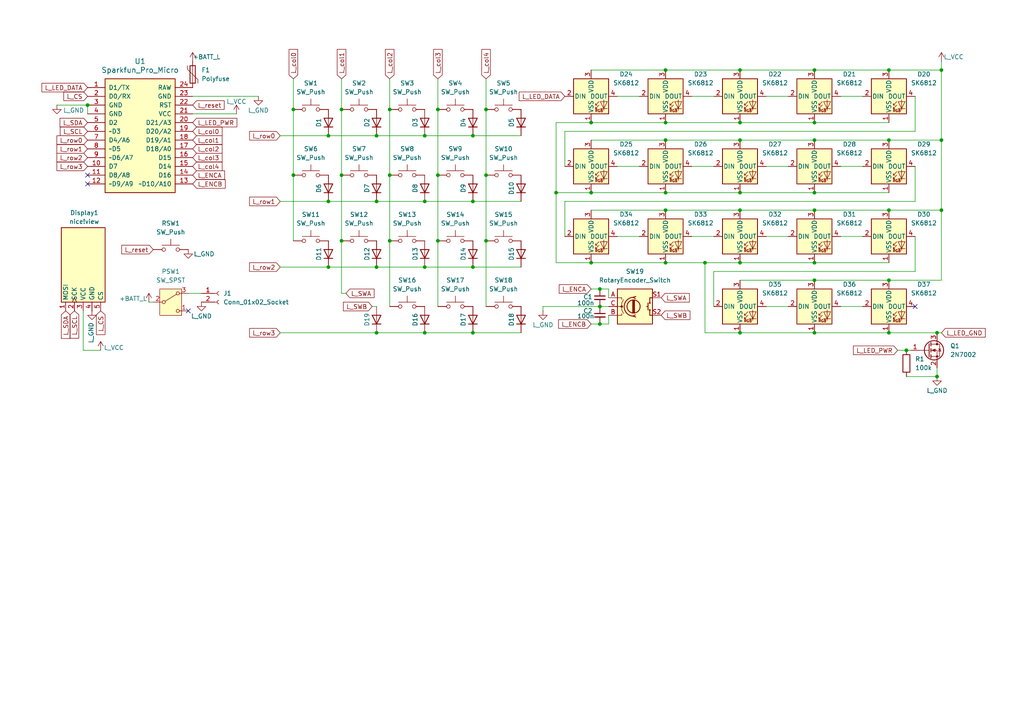
<source format=kicad_sch>
(kicad_sch (version 20250114) (generator "eeschema") (generator_version "9.0")
  (paper "A4")
  (lib_symbols
    (symbol "Arduino:Sparkfun_Pro_Micro" (pin_names (offset 1.016))
      (property "Reference" "U" (at -8.89 21.59 0))
      (property "Value" "Sparkfun_Pro_Micro" (at 0 19.05 0))
      (symbol "Sparkfun_Pro_Micro_1_1"
        (pin bidirectional line (at -15.24 15.24 0) (length 5.08) (name "D1/TX") (number "1"))
        (pin bidirectional line (at -15.24 12.7 0) (length 5.08) (name "D0/RX") (number "2"))
        (pin power_in line (at -15.24 10.16 0) (length 5.08) (name "GND") (number "3"))
        (pin power_in line (at -15.24 7.62 0) (length 5.08) (name "GND") (number "4"))
        (pin bidirectional line (at -15.24 5.08 0) (length 5.08) (name "D2") (number "5"))
        (pin bidirectional line (at -15.24 2.54 0) (length 5.08) (name "~D3") (number "6"))
        (pin bidirectional line (at -15.24 0 0) (length 5.08) (name "D4/A6") (number "7"))
        (pin bidirectional line (at -15.24 -2.54 0) (length 5.08) (name "~D5") (number "8"))
        (pin bidirectional line (at -15.24 -5.08 0) (length 5.08) (name "~D6/A7") (number "9"))
        (pin bidirectional line (at -15.24 -7.62 0) (length 5.08) (name "D7") (number "10"))
        (pin bidirectional line (at -15.24 -10.16 0) (length 5.08) (name "D8/A8") (number "11"))
        (pin bidirectional line (at -15.24 -12.7 0) (length 5.08) (name "~D9/A9") (number "12"))
        (pin power_in line (at 15.24 15.24 180) (length 5.08) (name "RAW") (number "24"))
        (pin power_in line (at 15.24 12.7 180) (length 5.08) (name "GND") (number "23"))
        (pin input line (at 15.24 10.16 180) (length 5.08) (name "RST") (number "22"))
        (pin power_in line (at 15.24 7.62 180) (length 5.08) (name "VCC") (number "21"))
        (pin bidirectional line (at 15.24 5.08 180) (length 5.08) (name "D21/A3") (number "20"))
        (pin bidirectional line (at 15.24 2.54 180) (length 5.08) (name "D20/A2") (number "19"))
        (pin bidirectional line (at 15.24 0 180) (length 5.08) (name "D19/A1") (number "18"))
        (pin bidirectional line (at 15.24 -2.54 180) (length 5.08) (name "D18/A0") (number "17"))
        (pin bidirectional line (at 15.24 -5.08 180) (length 5.08) (name "D15") (number "16"))
        (pin bidirectional line (at 15.24 -7.62 180) (length 5.08) (name "D14") (number "15"))
        (pin bidirectional line (at 15.24 -10.16 180) (length 5.08) (name "D16") (number "14"))
        (pin bidirectional line (at 15.24 -12.7 180) (length 5.08) (name "~D10/A10") (number "13"))
      )
    )
    (symbol "Connector:Conn_01x02_Socket" (pin_names (offset 1.016) (hide yes))
      (property "Reference" "J" (at 0 2.54 0))
      (property "Value" "Conn_01x02_Socket" (at 0 -5.08 0))
      (symbol "Conn_01x02_Socket_1_1"
        (pin passive line (at -5.08 0 0) (length 3.81) (name "Pin_1") (number "1"))
        (pin passive line (at -5.08 -2.54 0) (length 3.81) (name "Pin_2") (number "2"))
      )
    )
    (symbol "Device:C_Small" (pin_numbers (hide yes)) (pin_names (offset 0.254) (hide yes))
      (property "Reference" "C" (at 0.254 1.778 0))
      (property "Value" "C_Small" (at 0.254 -2.032 0))
      (symbol "C_Small_1_1"
        (pin passive line (at 0 2.54 270) (length 2.032) (name "~") (number "1"))
        (pin passive line (at 0 -2.54 90) (length 2.032) (name "~") (number "2"))
      )
    )
    (symbol "Device:Polyfuse" (pin_numbers (hide yes)) (pin_names (offset 0))
      (property "Reference" "F" (at -2.54 0 90))
      (property "Value" "Polyfuse" (at 2.54 0 90))
      (symbol "Polyfuse_1_1"
        (pin passive line (at 0 3.81 270) (length 1.27) (name "~") (number "1"))
        (pin passive line (at 0 -3.81 90) (length 1.27) (name "~") (number "2"))
      )
    )
    (symbol "Device:R" (pin_numbers (hide yes)) (pin_names (offset 0))
      (property "Reference" "R" (at 2.032 0 90))
      (property "Value" "R" (at 0 0 90))
      (symbol "R_1_1"
        (pin passive line (at 0 3.81 270) (length 1.27) (name "~") (number "1"))
        (pin passive line (at 0 -3.81 90) (length 1.27) (name "~") (number "2"))
      )
    )
    (symbol "Device:RotaryEncoder_Switch" (pin_names (offset 0.254) (hide yes))
      (property "Reference" "SW" (at 0 6.604 0))
      (property "Value" "RotaryEncoder_Switch" (at 0 -6.604 0))
      (symbol "RotaryEncoder_Switch_1_1"
        (pin passive line (at -7.62 2.54 0) (length 2.54) (name "A") (number "A"))
        (pin passive line (at -7.62 0 0) (length 2.54) (name "C") (number "C"))
        (pin passive line (at -7.62 -2.54 0) (length 2.54) (name "B") (number "B"))
        (pin passive line (at 7.62 2.54 180) (length 2.54) (name "S1") (number "S1"))
        (pin passive line (at 7.62 -2.54 180) (length 2.54) (name "S2") (number "S2"))
      )
    )
    (symbol "Diode:1N4148WT" (pin_numbers (hide yes)) (pin_names (hide yes))
      (property "Reference" "D" (at 0 2.54 0))
      (property "Value" "1N4148WT" (at 0 -2.54 0))
      (symbol "1N4148WT_1_1"
        (pin passive line (at -3.81 0 0) (length 2.54) (name "K") (number "1"))
        (pin passive line (at 3.81 0 180) (length 2.54) (name "A") (number "2"))
      )
    )
    (symbol "LED:SK6812" (pin_names (offset 0.254))
      (property "Reference" "D" (at 5.08 5.715 0))
      (property "Value" "SK6812" (at 1.27 -5.715 0))
      (symbol "SK6812_0_0"
        (text "RGB" (at 2.286 -4.191 0) (effects (font (size 0.762 0.762))))
      )
      (symbol "SK6812_1_1"
        (pin input line (at -7.62 0 0) (length 2.54) (name "DIN") (number "2"))
        (pin power_in line (at 0 7.62 270) (length 2.54) (name "VDD") (number "3"))
        (pin power_in line (at 0 -7.62 90) (length 2.54) (name "VSS") (number "1"))
        (pin output line (at 7.62 0 180) (length 2.54) (name "DOUT") (number "4"))
      )
    )
    (symbol "Switch:SW_Nidec_CAS-120A1" (pin_names (offset 1) (hide yes))
      (property "Reference" "SW" (at 0 4.318 0))
      (property "Value" "SW_Nidec_CAS-120A1" (at 0 -5.08 0))
      (symbol "SW_Nidec_CAS-120A1_1_1"
        (pin passive line (at -5.08 0 0) (length 2.54) (name "B") (number "2"))
        (pin passive line (at 5.08 2.54 180) (length 2.54) (name "A") (number "3"))
        (pin passive line (at 5.08 -2.54 180) (length 2.54) (name "C") (number "1"))
      )
    )
    (symbol "Switch:SW_Push" (pin_numbers (hide yes)) (pin_names (offset 1.016) (hide yes))
      (property "Reference" "SW" (at 1.27 2.54 0))
      (property "Value" "SW_Push" (at 0 -1.524 0))
      (symbol "SW_Push_0_1"
        (pin passive line (at -5.08 0 0) (length 2.54) (name "1") (number "1"))
        (pin passive line (at 5.08 0 180) (length 2.54) (name "2") (number "2"))
      )
    )
    (symbol "Transistor_FET:2N7002" (pin_names (offset 0) (hide yes))
      (property "Reference" "Q" (at 5.08 1.905 0))
      (property "Value" "2N7002" (at 5.08 0 0))
      (symbol "2N7002_1_1"
        (pin input line (at -5.08 0 0) (length 2.54) (name "G") (number "1"))
        (pin passive line (at 2.54 5.08 270) (length 2.54) (name "D") (number "3"))
        (pin passive line (at 2.54 -5.08 90) (length 2.54) (name "S") (number "2"))
      )
    )
    (symbol "nice_view:nice!view"
      (property "Reference" "Display" (at 0 12.7 0))
      (property "Value" "nice!view" (at 0 0 0))
      (symbol "nice!view_1_1"
        (pin input line (at -5.08 -12.7 90) (length 2.54) (name "MOSI") (number "1"))
        (pin input clock (at -2.54 -12.7 90) (length 2.54) (name "SCK") (number "2"))
        (pin power_in line (at 0 -12.7 90) (length 2.54) (name "VCC") (number "3"))
        (pin power_out line (at 2.54 -12.7 90) (length 2.54) (name "GND") (number "4"))
        (pin passive line (at 5.08 -12.7 90) (length 2.54) (name "CS") (number "5"))
      )
    )
    (symbol "power:GND" (power) (pin_numbers (hide yes)) (pin_names (offset 0) (hide yes))
      (property "Value" "GND" (at 0 -3.81 0))
      (symbol "GND_1_1"
        (pin power_in line (at 0 0 270) (length 0) (name "~") (number "1"))
      )
    )
    (symbol "power:VCC" (power) (pin_numbers (hide yes)) (pin_names (offset 0) (hide yes))
      (property "Value" "VCC" (at 0 3.556 0))
      (symbol "VCC_1_1"
        (pin power_in line (at 0 0 90) (length 0) (name "~") (number "1"))
      )
    )
  )
  (junction (at 113.03 69.85))
  (junction (at 214.63 35.56))
  (junction (at 236.22 40.64))
  (junction (at 214.63 96.52))
  (junction (at 95.25 77.47))
  (junction (at 123.19 39.37))
  (junction (at 127 31.75))
  (junction (at 127 50.8))
  (junction (at 193.04 60.96))
  (junction (at 171.45 35.56))
  (junction (at 25.4 30.48))
  (junction (at 262.89 101.6))
  (junction (at 193.04 40.64))
  (junction (at 271.78 96.52))
  (junction (at 214.63 76.2))
  (junction (at 109.22 96.52))
  (junction (at 140.97 31.75))
  (junction (at 99.06 50.8))
  (junction (at 193.04 76.2))
  (junction (at 99.06 69.85))
  (junction (at 95.25 39.37))
  (junction (at 236.22 20.32))
  (junction (at 257.81 20.32))
  (junction (at 109.22 77.47))
  (junction (at 123.19 77.47))
  (junction (at 273.05 60.96))
  (junction (at 140.97 50.8))
  (junction (at 137.16 39.37))
  (junction (at 173.99 88.9))
  (junction (at 123.19 96.52))
  (junction (at 236.22 76.2))
  (junction (at 271.78 109.22))
  (junction (at 109.22 58.42))
  (junction (at 137.16 58.42))
  (junction (at 123.19 58.42))
  (junction (at 214.63 40.64))
  (junction (at 214.63 55.88))
  (junction (at 236.22 81.28))
  (junction (at 236.22 35.56))
  (junction (at 137.16 96.52))
  (junction (at 273.05 40.64))
  (junction (at 173.99 93.98))
  (junction (at 257.81 40.64))
  (junction (at 257.81 81.28))
  (junction (at 85.09 31.75))
  (junction (at 137.16 77.47))
  (junction (at 173.99 83.82))
  (junction (at 214.63 60.96))
  (junction (at 193.04 55.88))
  (junction (at 95.25 58.42))
  (junction (at 257.81 60.96))
  (junction (at 85.09 50.8))
  (junction (at 171.45 55.88))
  (junction (at 204.47 76.2))
  (junction (at 161.29 55.88))
  (junction (at 273.05 20.32))
  (junction (at 127 69.85))
  (junction (at 214.63 20.32))
  (junction (at 140.97 69.85))
  (junction (at 236.22 96.52))
  (junction (at 109.22 39.37))
  (junction (at 99.06 31.75))
  (junction (at 193.04 35.56))
  (junction (at 236.22 55.88))
  (junction (at 257.81 96.52))
  (junction (at 113.03 31.75))
  (junction (at 171.45 76.2))
  (junction (at 236.22 60.96))
  (junction (at 193.04 20.32))
  (junction (at 113.03 50.8))
  (no_connect (at 25.4 50.8))
  (no_connect (at 25.4 53.34))
  (no_connect (at 54.61 90.17))
  (no_connect (at 265.43 88.9))
  (wire (pts (xy 123.19 77.47) (xy 137.16 77.47)))
  (wire (pts (xy 273.05 96.52) (xy 271.78 96.52)))
  (wire (pts (xy 265.43 48.26) (xy 265.43 58.42)))
  (wire (pts (xy 55.88 27.94) (xy 74.93 27.94)))
  (wire (pts (xy 193.04 40.64) (xy 214.63 40.64)))
  (wire (pts (xy 171.45 83.82) (xy 173.99 83.82)))
  (wire (pts (xy 204.47 76.2) (xy 214.63 76.2)))
  (wire (pts (xy 193.04 76.2) (xy 204.47 76.2)))
  (wire (pts (xy 140.97 22.86) (xy 140.97 31.75)))
  (wire (pts (xy 137.16 96.52) (xy 151.13 96.52)))
  (wire (pts (xy 200.66 68.58) (xy 207.01 68.58)))
  (wire (pts (xy 204.47 96.52) (xy 214.63 96.52)))
  (wire (pts (xy 214.63 96.52) (xy 236.22 96.52)))
  (wire (pts (xy 236.22 60.96) (xy 257.81 60.96)))
  (wire (pts (xy 193.04 55.88) (xy 214.63 55.88)))
  (wire (pts (xy 157.48 88.9) (xy 157.48 90.17)))
  (wire (pts (xy 204.47 76.2) (xy 204.47 96.52)))
  (wire (pts (xy 55.88 33.02) (xy 68.58 33.02)))
  (wire (pts (xy 273.05 20.32) (xy 257.81 20.32)))
  (wire (pts (xy 243.84 48.26) (xy 250.19 48.26)))
  (wire (pts (xy 236.22 40.64) (xy 257.81 40.64)))
  (wire (pts (xy 214.63 55.88) (xy 236.22 55.88)))
  (wire (pts (xy 95.25 39.37) (xy 109.22 39.37)))
  (wire (pts (xy 262.89 109.22) (xy 271.78 109.22)))
  (wire (pts (xy 109.22 96.52) (xy 123.19 96.52)))
  (wire (pts (xy 265.43 58.42) (xy 163.83 58.42)))
  (wire (pts (xy 260.35 101.6) (xy 262.89 101.6)))
  (wire (pts (xy 236.22 20.32) (xy 257.81 20.32)))
  (wire (pts (xy 273.05 17.78) (xy 273.05 20.32)))
  (wire (pts (xy 99.06 85.09) (xy 100.33 85.09)))
  (wire (pts (xy 265.43 78.74) (xy 265.43 68.58)))
  (wire (pts (xy 214.63 81.28) (xy 236.22 81.28)))
  (wire (pts (xy 85.09 31.75) (xy 85.09 50.8)))
  (wire (pts (xy 127 69.85) (xy 127 88.9)))
  (wire (pts (xy 99.06 22.86) (xy 99.06 31.75)))
  (wire (pts (xy 99.06 50.8) (xy 99.06 69.85)))
  (wire (pts (xy 214.63 40.64) (xy 236.22 40.64)))
  (wire (pts (xy 273.05 40.64) (xy 273.05 60.96)))
  (wire (pts (xy 140.97 69.85) (xy 140.97 88.9)))
  (wire (pts (xy 173.99 88.9) (xy 176.53 88.9)))
  (wire (pts (xy 173.99 83.82) (xy 176.53 83.82)))
  (wire (pts (xy 176.53 83.82) (xy 176.53 86.36)))
  (wire (pts (xy 161.29 55.88) (xy 171.45 55.88)))
  (wire (pts (xy 140.97 31.75) (xy 140.97 50.8)))
  (wire (pts (xy 265.43 38.1) (xy 265.43 27.94)))
  (wire (pts (xy 161.29 35.56) (xy 171.45 35.56)))
  (wire (pts (xy 99.06 69.85) (xy 99.06 85.09)))
  (wire (pts (xy 127 50.8) (xy 127 69.85)))
  (wire (pts (xy 140.97 50.8) (xy 140.97 69.85)))
  (wire (pts (xy 29.21 101.6) (xy 24.13 101.6)))
  (wire (pts (xy 113.03 50.8) (xy 113.03 69.85)))
  (wire (pts (xy 222.25 48.26) (xy 228.6 48.26)))
  (wire (pts (xy 25.4 30.48) (xy 25.4 33.02)))
  (wire (pts (xy 137.16 39.37) (xy 151.13 39.37)))
  (wire (pts (xy 81.28 58.42) (xy 95.25 58.42)))
  (wire (pts (xy 243.84 68.58) (xy 250.19 68.58)))
  (wire (pts (xy 214.63 76.2) (xy 236.22 76.2)))
  (wire (pts (xy 273.05 40.64) (xy 257.81 40.64)))
  (wire (pts (xy 113.03 22.86) (xy 113.03 31.75)))
  (wire (pts (xy 273.05 81.28) (xy 257.81 81.28)))
  (wire (pts (xy 193.04 60.96) (xy 214.63 60.96)))
  (wire (pts (xy 236.22 81.28) (xy 257.81 81.28)))
  (wire (pts (xy 24.13 101.6) (xy 24.13 90.17)))
  (wire (pts (xy 243.84 27.94) (xy 250.19 27.94)))
  (wire (pts (xy 161.29 55.88) (xy 161.29 35.56)))
  (wire (pts (xy 200.66 27.94) (xy 207.01 27.94)))
  (wire (pts (xy 113.03 69.85) (xy 113.03 88.9)))
  (wire (pts (xy 273.05 20.32) (xy 273.05 40.64)))
  (wire (pts (xy 193.04 35.56) (xy 214.63 35.56)))
  (wire (pts (xy 107.95 88.9) (xy 109.22 88.9)))
  (wire (pts (xy 171.45 35.56) (xy 193.04 35.56)))
  (wire (pts (xy 137.16 77.47) (xy 151.13 77.47)))
  (wire (pts (xy 109.22 39.37) (xy 123.19 39.37)))
  (wire (pts (xy 171.45 93.98) (xy 173.99 93.98)))
  (wire (pts (xy 95.25 58.42) (xy 109.22 58.42)))
  (wire (pts (xy 123.19 39.37) (xy 137.16 39.37)))
  (wire (pts (xy 173.99 93.98) (xy 176.53 93.98)))
  (wire (pts (xy 176.53 93.98) (xy 176.53 91.44)))
  (wire (pts (xy 123.19 58.42) (xy 137.16 58.42)))
  (wire (pts (xy 171.45 76.2) (xy 193.04 76.2)))
  (wire (pts (xy 236.22 55.88) (xy 257.81 55.88)))
  (wire (pts (xy 16.51 30.48) (xy 25.4 30.48)))
  (wire (pts (xy 137.16 58.42) (xy 151.13 58.42)))
  (wire (pts (xy 161.29 76.2) (xy 161.29 55.88)))
  (wire (pts (xy 127 31.75) (xy 127 50.8)))
  (wire (pts (xy 273.05 60.96) (xy 273.05 81.28)))
  (wire (pts (xy 54.61 85.09) (xy 58.42 85.09)))
  (wire (pts (xy 171.45 55.88) (xy 193.04 55.88)))
  (wire (pts (xy 171.45 20.32) (xy 193.04 20.32)))
  (wire (pts (xy 99.06 31.75) (xy 99.06 50.8)))
  (wire (pts (xy 157.48 88.9) (xy 173.99 88.9)))
  (wire (pts (xy 95.25 77.47) (xy 109.22 77.47)))
  (wire (pts (xy 179.07 27.94) (xy 185.42 27.94)))
  (wire (pts (xy 257.81 96.52) (xy 271.78 96.52)))
  (wire (pts (xy 214.63 20.32) (xy 236.22 20.32)))
  (wire (pts (xy 81.28 39.37) (xy 95.25 39.37)))
  (wire (pts (xy 214.63 35.56) (xy 236.22 35.56)))
  (wire (pts (xy 109.22 77.47) (xy 123.19 77.47)))
  (wire (pts (xy 171.45 76.2) (xy 161.29 76.2)))
  (wire (pts (xy 171.45 40.64) (xy 193.04 40.64)))
  (wire (pts (xy 109.22 58.42) (xy 123.19 58.42)))
  (wire (pts (xy 163.83 48.26) (xy 163.83 38.1)))
  (wire (pts (xy 214.63 60.96) (xy 236.22 60.96)))
  (wire (pts (xy 123.19 96.52) (xy 137.16 96.52)))
  (wire (pts (xy 81.28 77.47) (xy 95.25 77.47)))
  (wire (pts (xy 236.22 76.2) (xy 257.81 76.2)))
  (wire (pts (xy 85.09 50.8) (xy 85.09 69.85)))
  (wire (pts (xy 236.22 96.52) (xy 257.81 96.52)))
  (wire (pts (xy 273.05 60.96) (xy 257.81 60.96)))
  (wire (pts (xy 163.83 38.1) (xy 265.43 38.1)))
  (wire (pts (xy 207.01 88.9) (xy 207.01 78.74)))
  (wire (pts (xy 271.78 109.22) (xy 271.78 106.68)))
  (wire (pts (xy 81.28 96.52) (xy 109.22 96.52)))
  (wire (pts (xy 222.25 68.58) (xy 228.6 68.58)))
  (wire (pts (xy 85.09 22.86) (xy 85.09 31.75)))
  (wire (pts (xy 222.25 88.9) (xy 228.6 88.9)))
  (wire (pts (xy 163.83 58.42) (xy 163.83 68.58)))
  (wire (pts (xy 179.07 48.26) (xy 185.42 48.26)))
  (wire (pts (xy 171.45 60.96) (xy 193.04 60.96)))
  (wire (pts (xy 193.04 20.32) (xy 214.63 20.32)))
  (wire (pts (xy 127 22.86) (xy 127 31.75)))
  (wire (pts (xy 207.01 78.74) (xy 265.43 78.74)))
  (wire (pts (xy 262.89 101.6) (xy 264.16 101.6)))
  (wire (pts (xy 43.18 87.63) (xy 44.45 87.63)))
  (wire (pts (xy 179.07 68.58) (xy 185.42 68.58)))
  (wire (pts (xy 243.84 88.9) (xy 250.19 88.9)))
  (wire (pts (xy 200.66 48.26) (xy 207.01 48.26)))
  (wire (pts (xy 113.03 31.75) (xy 113.03 50.8)))
  (wire (pts (xy 222.25 27.94) (xy 228.6 27.94)))
  (wire (pts (xy 236.22 35.56) (xy 257.81 35.56)))
  (global_label "L_col1" (shape input) (at 99.06 22.86 90) (property "Intersheetrefs" "${INTERSHEET_REFS}" (effects (hide yes))))
  (global_label "L_LED_DATA" (shape input) (at 25.4 25.4 180) (property "Intersheetrefs" "${INTERSHEET_REFS}" (effects (hide yes))))
  (global_label "L_SWA" (shape input) (at 100.33 85.09 0) (property "Intersheetrefs" "${INTERSHEET_REFS}" (effects (hide yes))))
  (global_label "L_col2" (shape input) (at 55.88 43.18 0) (property "Intersheetrefs" "${INTERSHEET_REFS}" (effects (hide yes))))
  (global_label "L_LED_PWR" (shape input) (at 260.35 101.6 180) (property "Intersheetrefs" "${INTERSHEET_REFS}" (effects (hide yes))))
  (global_label "L_row2" (shape input) (at 81.28 77.47 180) (property "Intersheetrefs" "${INTERSHEET_REFS}" (effects (hide yes))))
  (global_label "L_row3" (shape input) (at 81.28 96.52 180) (property "Intersheetrefs" "${INTERSHEET_REFS}" (effects (hide yes))))
  (global_label "L_ENCB" (shape input) (at 171.45 93.98 180) (property "Intersheetrefs" "${INTERSHEET_REFS}" (effects (hide yes))))
  (global_label "L_col3" (shape input) (at 55.88 45.72 0) (property "Intersheetrefs" "${INTERSHEET_REFS}" (effects (hide yes))))
  (global_label "L_SCL" (shape input) (at 21.59 90.17 270) (property "Intersheetrefs" "${INTERSHEET_REFS}" (effects (hide yes))))
  (global_label "L_col2" (shape input) (at 113.03 22.86 90) (property "Intersheetrefs" "${INTERSHEET_REFS}" (effects (hide yes))))
  (global_label "L_SDA" (shape input) (at 19.05 90.17 270) (property "Intersheetrefs" "${INTERSHEET_REFS}" (effects (hide yes))))
  (global_label "L_SWA" (shape input) (at 191.77 86.36 0) (property "Intersheetrefs" "${INTERSHEET_REFS}" (effects (hide yes))))
  (global_label "L_SDA" (shape input) (at 25.4 35.56 180) (property "Intersheetrefs" "${INTERSHEET_REFS}" (effects (hide yes))))
  (global_label "L_row1" (shape input) (at 25.4 43.18 180) (property "Intersheetrefs" "${INTERSHEET_REFS}" (effects (hide yes))))
  (global_label "L_SWB" (shape input) (at 191.77 91.44 0) (property "Intersheetrefs" "${INTERSHEET_REFS}" (effects (hide yes))))
  (global_label "L_CS" (shape input) (at 25.4 27.94 180) (property "Intersheetrefs" "${INTERSHEET_REFS}" (effects (hide yes))))
  (global_label "L_col0" (shape input) (at 55.88 38.1 0) (property "Intersheetrefs" "${INTERSHEET_REFS}" (effects (hide yes))))
  (global_label "L_reset" (shape input) (at 44.45 72.39 180) (property "Intersheetrefs" "${INTERSHEET_REFS}" (effects (hide yes))))
  (global_label "L_LED_PWR" (shape input) (at 55.88 35.56 0) (property "Intersheetrefs" "${INTERSHEET_REFS}" (effects (hide yes))))
  (global_label "L_col3" (shape input) (at 127 22.86 90) (property "Intersheetrefs" "${INTERSHEET_REFS}" (effects (hide yes))))
  (global_label "L_SCL" (shape input) (at 25.4 38.1 180) (property "Intersheetrefs" "${INTERSHEET_REFS}" (effects (hide yes))))
  (global_label "L_CS" (shape input) (at 29.21 90.17 270) (property "Intersheetrefs" "${INTERSHEET_REFS}" (effects (hide yes))))
  (global_label "L_SWB" (shape input) (at 107.95 88.9 180) (property "Intersheetrefs" "${INTERSHEET_REFS}" (effects (hide yes))))
  (global_label "L_reset" (shape input) (at 55.88 30.48 0) (property "Intersheetrefs" "${INTERSHEET_REFS}" (effects (hide yes))))
  (global_label "L_col4" (shape input) (at 140.97 22.86 90) (property "Intersheetrefs" "${INTERSHEET_REFS}" (effects (hide yes))))
  (global_label "L_col4" (shape input) (at 55.88 48.26 0) (property "Intersheetrefs" "${INTERSHEET_REFS}" (effects (hide yes))))
  (global_label "L_LED_DATA" (shape input) (at 163.83 27.94 180) (property "Intersheetrefs" "${INTERSHEET_REFS}" (effects (hide yes))))
  (global_label "L_row0" (shape input) (at 25.4 40.64 180) (property "Intersheetrefs" "${INTERSHEET_REFS}" (effects (hide yes))))
  (global_label "L_ENCB" (shape input) (at 55.88 53.34 0) (property "Intersheetrefs" "${INTERSHEET_REFS}" (effects (hide yes))))
  (global_label "L_row0" (shape input) (at 81.28 39.37 180) (property "Intersheetrefs" "${INTERSHEET_REFS}" (effects (hide yes))))
  (global_label "L_ENCA" (shape input) (at 55.88 50.8 0) (property "Intersheetrefs" "${INTERSHEET_REFS}" (effects (hide yes))))
  (global_label "L_col1" (shape input) (at 55.88 40.64 0) (property "Intersheetrefs" "${INTERSHEET_REFS}" (effects (hide yes))))
  (global_label "L_LED_GND" (shape input) (at 273.05 96.52 0) (property "Intersheetrefs" "${INTERSHEET_REFS}" (effects (hide yes))))
  (global_label "L_row2" (shape input) (at 25.4 45.72 180) (property "Intersheetrefs" "${INTERSHEET_REFS}" (effects (hide yes))))
  (global_label "L_row1" (shape input) (at 81.28 58.42 180) (property "Intersheetrefs" "${INTERSHEET_REFS}" (effects (hide yes))))
  (global_label "L_row3" (shape input) (at 25.4 48.26 180) (property "Intersheetrefs" "${INTERSHEET_REFS}" (effects (hide yes))))
  (global_label "L_col0" (shape input) (at 85.09 22.86 90) (property "Intersheetrefs" "${INTERSHEET_REFS}" (effects (hide yes))))
  (global_label "L_ENCA" (shape input) (at 171.45 83.82 180) (property "Intersheetrefs" "${INTERSHEET_REFS}" (effects (hide yes))))
  (symbol (lib_id "Switch:SW_Push") (at 132.08 50.8 0) (unit 1)
    (property "Reference" "SW9" (at 132.08 43.18 0))
    (property "Value" "SW_Push" (at 132.08 45.72 0))
    (property "Footprint" "Custom Footprints:gateron-ks27-hotswap-reversible" (effects (hide yes)))
    (property "Description" "Push button switch, generic, two pins" (effects (hide yes)))
  )
  (symbol (lib_id "LED:SK6812") (at 236.22 88.9 0) (unit 1)
    (property "Reference" "D36" (at 246.38 82.4798 0))
    (property "Value" "SK6812" (at 246.38 85.0198 0))
    (property "Footprint" "Custom Footprints:SK6812_4020_SIDE_rev2" (effects (hide yes)))
    (property "Datasheet" "https://cdn-shop.adafruit.com/product-files/1138/SK6812+LED+datasheet+.pdf" (effects (hide yes)))
    (property "Description" "RGB LED with integrated controller" (effects (hide yes)))
  )
  (symbol (lib_id "LED:SK6812") (at 214.63 27.94 0) (unit 1)
    (property "Reference" "D22" (at 224.79 21.5198 0))
    (property "Value" "SK6812" (at 224.79 24.0598 0))
    (property "Footprint" "Custom Footprints:SK6812_4020_SIDE_rev2" (effects (hide yes)))
    (property "Datasheet" "https://cdn-shop.adafruit.com/product-files/1138/SK6812+LED+datasheet+.pdf" (effects (hide yes)))
    (property "Description" "RGB LED with integrated controller" (effects (hide yes)))
  )
  (symbol (lib_id "Diode:1N4148WT") (at 95.25 35.56 90) (unit 1)
    (property "Reference" "D1" (at 92.456 35.56 0))
    (property "Value" "1N4148WT" (effects (hide yes)))
    (property "Footprint" "Custom Footprints:D_SOD-523" (effects (hide yes)))
    (property "Datasheet" "https://www.diodes.com/assets/Datasheets/ds30396.pdf" (effects (hide yes)))
    (property "Description" "75V 0.15A Fast switching Diode, SOD-523" (effects (hide yes)))
    (property "Sim.Device" "D" (effects (hide yes)))
    (property "Sim.Pins" "1=K 2=A" (effects (hide yes)))
  )
  (symbol (lib_id "LED:SK6812") (at 257.81 48.26 0) (unit 1)
    (property "Reference" "D29" (at 267.97 41.8398 0))
    (property "Value" "SK6812" (at 267.97 44.3798 0))
    (property "Footprint" "Custom Footprints:SK6812_4020_SIDE_rev2" (effects (hide yes)))
    (property "Datasheet" "https://cdn-shop.adafruit.com/product-files/1138/SK6812+LED+datasheet+.pdf" (effects (hide yes)))
    (property "Description" "RGB LED with integrated controller" (effects (hide yes)))
  )
  (symbol (lib_id "Switch:SW_Push") (at 118.11 50.8 0) (unit 1)
    (property "Reference" "SW8" (at 118.11 43.18 0))
    (property "Value" "SW_Push" (at 118.11 45.72 0))
    (property "Footprint" "Custom Footprints:gateron-ks27-hotswap-reversible" (effects (hide yes)))
    (property "Description" "Push button switch, generic, two pins" (effects (hide yes)))
  )
  (symbol (lib_id "power:GND") (at 58.42 87.63 0) (unit 1)
    (property "Reference" "#PWR08" (effects (hide yes)))
    (property "Value" "L_GND" (at 58.42 91.694 0))
    (property "Description" "Power symbol creates a global label with name \"GND\" , ground" (effects (hide yes)))
  )
  (symbol (lib_id "Switch:SW_Push") (at 104.14 69.85 0) (unit 1)
    (property "Reference" "SW12" (at 104.14 62.23 0))
    (property "Value" "SW_Push" (at 104.14 64.77 0))
    (property "Footprint" "Custom Footprints:gateron-ks27-hotswap-reversible" (effects (hide yes)))
    (property "Description" "Push button switch, generic, two pins" (effects (hide yes)))
  )
  (symbol (lib_id "Diode:1N4148WT") (at 123.19 73.66 90) (unit 1)
    (property "Reference" "D13" (at 120.396 73.66 0))
    (property "Value" "1N4148WT" (effects (hide yes)))
    (property "Footprint" "Custom Footprints:D_SOD-523" (effects (hide yes)))
    (property "Datasheet" "https://www.diodes.com/assets/Datasheets/ds30396.pdf" (effects (hide yes)))
    (property "Description" "75V 0.15A Fast switching Diode, SOD-523" (effects (hide yes)))
    (property "Sim.Device" "D" (effects (hide yes)))
    (property "Sim.Pins" "1=K 2=A" (effects (hide yes)))
  )
  (symbol (lib_id "Switch:SW_Push") (at 132.08 88.9 0) (unit 1)
    (property "Reference" "SW17" (at 132.08 81.28 0))
    (property "Value" "SW_Push" (at 132.08 83.82 0))
    (property "Footprint" "Custom Footprints:gateron-ks27-hotswap-reversible" (effects (hide yes)))
    (property "Description" "Push button switch, generic, two pins" (effects (hide yes)))
  )
  (symbol (lib_id "Switch:SW_Push") (at 146.05 88.9 0) (unit 1)
    (property "Reference" "SW18" (at 146.05 81.28 0))
    (property "Value" "SW_Push" (at 146.05 83.82 0))
    (property "Footprint" "Custom Footprints:gateron-ks27-hotswap-reversible" (effects (hide yes)))
    (property "Description" "Push button switch, generic, two pins" (effects (hide yes)))
  )
  (symbol (lib_id "Diode:1N4148WT") (at 151.13 73.66 90) (unit 1)
    (property "Reference" "D15" (at 148.336 73.66 0))
    (property "Value" "1N4148WT" (effects (hide yes)))
    (property "Footprint" "Custom Footprints:D_SOD-523" (effects (hide yes)))
    (property "Datasheet" "https://www.diodes.com/assets/Datasheets/ds30396.pdf" (effects (hide yes)))
    (property "Description" "75V 0.15A Fast switching Diode, SOD-523" (effects (hide yes)))
    (property "Sim.Device" "D" (effects (hide yes)))
    (property "Sim.Pins" "1=K 2=A" (effects (hide yes)))
  )
  (symbol (lib_id "Switch:SW_Push") (at 146.05 50.8 0) (unit 1)
    (property "Reference" "SW10" (at 146.05 43.18 0))
    (property "Value" "SW_Push" (at 146.05 45.72 0))
    (property "Footprint" "Custom Footprints:gateron-ks27-hotswap-reversible" (effects (hide yes)))
    (property "Description" "Push button switch, generic, two pins" (effects (hide yes)))
  )
  (symbol (lib_id "Diode:1N4148WT") (at 123.19 92.71 90) (unit 1)
    (property "Reference" "D16" (at 120.396 92.71 0))
    (property "Value" "1N4148WT" (effects (hide yes)))
    (property "Footprint" "Custom Footprints:D_SOD-523" (effects (hide yes)))
    (property "Datasheet" "https://www.diodes.com/assets/Datasheets/ds30396.pdf" (effects (hide yes)))
    (property "Description" "75V 0.15A Fast switching Diode, SOD-523" (effects (hide yes)))
    (property "Sim.Device" "D" (effects (hide yes)))
    (property "Sim.Pins" "1=K 2=A" (effects (hide yes)))
  )
  (symbol (lib_id "Diode:1N4148WT") (at 137.16 54.61 90) (unit 1)
    (property "Reference" "D9" (at 134.366 54.61 0))
    (property "Value" "1N4148WT" (effects (hide yes)))
    (property "Footprint" "Custom Footprints:D_SOD-523" (effects (hide yes)))
    (property "Datasheet" "https://www.diodes.com/assets/Datasheets/ds30396.pdf" (effects (hide yes)))
    (property "Description" "75V 0.15A Fast switching Diode, SOD-523" (effects (hide yes)))
    (property "Sim.Device" "D" (effects (hide yes)))
    (property "Sim.Pins" "1=K 2=A" (effects (hide yes)))
  )
  (symbol (lib_id "Device:Polyfuse") (at 55.88 21.59 0) (unit 1)
    (property "Reference" "F1" (at 58.42 20.3199 0) (effects (justify left)))
    (property "Value" "Polyfuse" (at 58.42 22.8599 0) (effects (justify left)))
    (property "Footprint" "Custom Footprints:0805_2012_nonpolarised" (effects (hide yes)))
    (property "Description" "Resettable fuse, polymeric positive temperature coefficient" (effects (hide yes)))
  )
  (symbol (lib_id "LED:SK6812") (at 193.04 27.94 0) (unit 1)
    (property "Reference" "D23" (at 203.2 21.5198 0))
    (property "Value" "SK6812" (at 203.2 24.0598 0))
    (property "Footprint" "Custom Footprints:SK6812_4020_SIDE_rev2" (effects (hide yes)))
    (property "Datasheet" "https://cdn-shop.adafruit.com/product-files/1138/SK6812+LED+datasheet+.pdf" (effects (hide yes)))
    (property "Description" "RGB LED with integrated controller" (effects (hide yes)))
  )
  (symbol (lib_id "Switch:SW_Push") (at 90.17 31.75 0) (unit 1)
    (property "Reference" "SW1" (at 90.17 24.13 0))
    (property "Value" "SW_Push" (at 90.17 26.67 0))
    (property "Footprint" "Custom Footprints:gateron-ks27-hotswap-reversible" (effects (hide yes)))
    (property "Description" "Push button switch, generic, two pins" (effects (hide yes)))
  )
  (symbol (lib_id "nice_view:nice!view") (at 24.13 77.47 0) (unit 1)
    (property "Reference" "Display1" (at 20.32 61.722 0) (effects (justify left)))
    (property "Value" "nice!view" (at 20.066 64.262 0) (effects (justify left)))
    (property "Footprint" "Custom_Footprints:nice_view" (effects (hide yes)))
    (property "Datasheet" "https://nicekeyboards.com/docs/nice-view/pinout-schematic" (effects (hide yes)))
    (property "Description" "Sharp LS011B7DH03 Memory in Pixel 160x68" (effects (hide yes)))
  )
  (symbol (lib_id "Switch:SW_Push") (at 132.08 69.85 0) (unit 1)
    (property "Reference" "SW14" (at 132.08 62.23 0))
    (property "Value" "SW_Push" (at 132.08 64.77 0))
    (property "Footprint" "Custom Footprints:gateron-ks27-hotswap-reversible" (effects (hide yes)))
    (property "Description" "Push button switch, generic, two pins" (effects (hide yes)))
  )
  (symbol (lib_id "Device:C_Small") (at 173.99 91.44 0) (unit 1)
    (property "Reference" "C2" (at 169.164 90.17 0) (effects (justify left)))
    (property "Value" "100n" (at 167.386 91.694 0) (effects (justify left)))
    (property "Footprint" "Custom Footprints:0805_2012_nonpolarised" (effects (hide yes)))
    (property "Description" "Unpolarized capacitor, small symbol" (effects (hide yes)))
  )
  (symbol (lib_id "Diode:1N4148WT") (at 151.13 54.61 90) (unit 1)
    (property "Reference" "D10" (at 148.336 54.61 0))
    (property "Value" "1N4148WT" (effects (hide yes)))
    (property "Footprint" "Custom Footprints:D_SOD-523" (effects (hide yes)))
    (property "Datasheet" "https://www.diodes.com/assets/Datasheets/ds30396.pdf" (effects (hide yes)))
    (property "Description" "75V 0.15A Fast switching Diode, SOD-523" (effects (hide yes)))
    (property "Sim.Device" "D" (effects (hide yes)))
    (property "Sim.Pins" "1=K 2=A" (effects (hide yes)))
  )
  (symbol (lib_id "Diode:1N4148WT") (at 109.22 92.71 90) (unit 1)
    (property "Reference" "D19" (at 106.426 92.71 0))
    (property "Value" "1N4148WT" (effects (hide yes)))
    (property "Footprint" "Custom Footprints:D_SOD-523" (effects (hide yes)))
    (property "Datasheet" "https://www.diodes.com/assets/Datasheets/ds30396.pdf" (effects (hide yes)))
    (property "Description" "75V 0.15A Fast switching Diode, SOD-523" (effects (hide yes)))
    (property "Sim.Device" "D" (effects (hide yes)))
    (property "Sim.Pins" "1=K 2=A" (effects (hide yes)))
  )
  (symbol (lib_id "LED:SK6812") (at 257.81 27.94 0) (unit 1)
    (property "Reference" "D20" (at 267.97 21.5198 0))
    (property "Value" "SK6812" (at 267.97 24.0598 0))
    (property "Footprint" "Custom Footprints:SK6812_4020_SIDE_rev2" (effects (hide yes)))
    (property "Datasheet" "https://cdn-shop.adafruit.com/product-files/1138/SK6812+LED+datasheet+.pdf" (effects (hide yes)))
    (property "Description" "RGB LED with integrated controller" (effects (hide yes)))
  )
  (symbol (lib_id "power:VCC") (at 43.18 87.63 0) (unit 1)
    (property "Reference" "#PWR07" (effects (hide yes)))
    (property "Value" "+BATT_L" (at 38.608 86.614 0))
    (property "Description" "Power symbol creates a global label with name \"VCC\"" (effects (hide yes)))
  )
  (symbol (lib_id "Device:RotaryEncoder_Switch") (at 184.15 88.9 0) (unit 1)
    (property "Reference" "SW19" (at 184.15 78.74 0))
    (property "Value" "RotaryEncoder_Switch" (at 184.15 81.28 0))
    (property "Footprint" "Custom Footprints:RotaryEncoder_Alps_EC11E-Switch_Vertical_H20mm" (effects (hide yes)))
    (property "Description" "Rotary encoder, dual channel, incremental quadrate outputs, with switch" (effects (hide yes)))
  )
  (symbol (lib_id "power:GND") (at 157.48 90.17 0) (unit 1)
    (property "Reference" "#PWR0101" (effects (hide yes)))
    (property "Value" "L_GND" (at 157.48 94.234 0))
    (property "Description" "Power symbol creates a global label with name \"GND\" , ground" (effects (hide yes)))
  )
  (symbol (lib_id "LED:SK6812") (at 193.04 48.26 0) (unit 1)
    (property "Reference" "D26" (at 203.2 41.8398 0))
    (property "Value" "SK6812" (at 203.2 44.3798 0))
    (property "Footprint" "Custom Footprints:SK6812_4020_SIDE_rev2" (effects (hide yes)))
    (property "Datasheet" "https://cdn-shop.adafruit.com/product-files/1138/SK6812+LED+datasheet+.pdf" (effects (hide yes)))
    (property "Description" "RGB LED with integrated controller" (effects (hide yes)))
  )
  (symbol (lib_id "LED:SK6812") (at 257.81 68.58 0) (unit 1)
    (property "Reference" "D30" (at 267.97 62.1598 0))
    (property "Value" "SK6812" (at 267.97 64.6998 0))
    (property "Footprint" "Custom Footprints:SK6812_4020_SIDE_rev2" (effects (hide yes)))
    (property "Datasheet" "https://cdn-shop.adafruit.com/product-files/1138/SK6812+LED+datasheet+.pdf" (effects (hide yes)))
    (property "Description" "RGB LED with integrated controller" (effects (hide yes)))
  )
  (symbol (lib_id "Diode:1N4148WT") (at 95.25 54.61 90) (unit 1)
    (property "Reference" "D6" (at 92.456 54.61 0))
    (property "Value" "1N4148WT" (effects (hide yes)))
    (property "Footprint" "Custom Footprints:D_SOD-523" (effects (hide yes)))
    (property "Datasheet" "https://www.diodes.com/assets/Datasheets/ds30396.pdf" (effects (hide yes)))
    (property "Description" "75V 0.15A Fast switching Diode, SOD-523" (effects (hide yes)))
    (property "Sim.Device" "D" (effects (hide yes)))
    (property "Sim.Pins" "1=K 2=A" (effects (hide yes)))
  )
  (symbol (lib_id "Diode:1N4148WT") (at 137.16 73.66 90) (unit 1)
    (property "Reference" "D14" (at 134.366 73.66 0))
    (property "Value" "1N4148WT" (effects (hide yes)))
    (property "Footprint" "Custom Footprints:D_SOD-523" (effects (hide yes)))
    (property "Datasheet" "https://www.diodes.com/assets/Datasheets/ds30396.pdf" (effects (hide yes)))
    (property "Description" "75V 0.15A Fast switching Diode, SOD-523" (effects (hide yes)))
    (property "Sim.Device" "D" (effects (hide yes)))
    (property "Sim.Pins" "1=K 2=A" (effects (hide yes)))
  )
  (symbol (lib_id "LED:SK6812") (at 171.45 48.26 0) (unit 1)
    (property "Reference" "D25" (at 181.61 41.8398 0))
    (property "Value" "SK6812" (at 181.61 44.3798 0))
    (property "Footprint" "Custom Footprints:SK6812_4020_SIDE_rev2" (effects (hide yes)))
    (property "Datasheet" "https://cdn-shop.adafruit.com/product-files/1138/SK6812+LED+datasheet+.pdf" (effects (hide yes)))
    (property "Description" "RGB LED with integrated controller" (effects (hide yes)))
  )
  (symbol (lib_id "LED:SK6812") (at 236.22 27.94 0) (unit 1)
    (property "Reference" "D21" (at 246.38 21.5198 0))
    (property "Value" "SK6812" (at 246.38 24.0598 0))
    (property "Footprint" "Custom Footprints:SK6812_4020_SIDE_rev2" (effects (hide yes)))
    (property "Datasheet" "https://cdn-shop.adafruit.com/product-files/1138/SK6812+LED+datasheet+.pdf" (effects (hide yes)))
    (property "Description" "RGB LED with integrated controller" (effects (hide yes)))
  )
  (symbol (lib_id "LED:SK6812") (at 171.45 68.58 0) (unit 1)
    (property "Reference" "D34" (at 181.61 62.1598 0))
    (property "Value" "SK6812" (at 181.61 64.6998 0))
    (property "Footprint" "Custom Footprints:SK6812_4020_SIDE_rev2" (effects (hide yes)))
    (property "Datasheet" "https://cdn-shop.adafruit.com/product-files/1138/SK6812+LED+datasheet+.pdf" (effects (hide yes)))
    (property "Description" "RGB LED with integrated controller" (effects (hide yes)))
  )
  (symbol (lib_id "Switch:SW_Push") (at 104.14 50.8 0) (unit 1)
    (property "Reference" "SW7" (at 104.14 43.18 0))
    (property "Value" "SW_Push" (at 104.14 45.72 0))
    (property "Footprint" "Custom Footprints:gateron-ks27-hotswap-reversible" (effects (hide yes)))
    (property "Description" "Push button switch, generic, two pins" (effects (hide yes)))
  )
  (symbol (lib_id "power:GND") (at 16.51 30.48 0) (unit 1)
    (property "Reference" "#PWR04" (effects (hide yes)))
    (property "Value" "L_GND" (at 21.336 32.004 0))
    (property "Description" "Power symbol creates a global label with name \"GND\" , ground" (effects (hide yes)))
  )
  (symbol (lib_id "Switch:SW_Push") (at 118.11 31.75 0) (unit 1)
    (property "Reference" "SW3" (at 118.11 24.13 0))
    (property "Value" "SW_Push" (at 118.11 26.67 0))
    (property "Footprint" "Custom Footprints:gateron-ks27-hotswap-reversible" (effects (hide yes)))
    (property "Description" "Push button switch, generic, two pins" (effects (hide yes)))
  )
  (symbol (lib_id "LED:SK6812") (at 236.22 48.26 0) (unit 1)
    (property "Reference" "D28" (at 246.38 41.8398 0))
    (property "Value" "SK6812" (at 246.38 44.3798 0))
    (property "Footprint" "Custom Footprints:SK6812_4020_SIDE_rev2" (effects (hide yes)))
    (property "Datasheet" "https://cdn-shop.adafruit.com/product-files/1138/SK6812+LED+datasheet+.pdf" (effects (hide yes)))
    (property "Description" "RGB LED with integrated controller" (effects (hide yes)))
  )
  (symbol (lib_id "power:GND") (at 54.61 72.39 0) (unit 1)
    (property "Reference" "#PWR06" (effects (hide yes)))
    (property "Value" "L_GND" (at 59.182 73.66 0))
    (property "Description" "Power symbol creates a global label with name \"GND\" , ground" (effects (hide yes)))
  )
  (symbol (lib_id "power:VCC") (at 55.88 17.78 0) (unit 1)
    (property "Reference" "#PWR01" (effects (hide yes)))
    (property "Value" "+BATT_L" (at 59.944 16.51 0))
    (property "Description" "Power symbol creates a global label with name \"VCC\"" (effects (hide yes)))
  )
  (symbol (lib_id "Diode:1N4148WT") (at 109.22 54.61 90) (unit 1)
    (property "Reference" "D7" (at 106.426 54.61 0))
    (property "Value" "1N4148WT" (effects (hide yes)))
    (property "Footprint" "Custom Footprints:D_SOD-523" (effects (hide yes)))
    (property "Datasheet" "https://www.diodes.com/assets/Datasheets/ds30396.pdf" (effects (hide yes)))
    (property "Description" "75V 0.15A Fast switching Diode, SOD-523" (effects (hide yes)))
    (property "Sim.Device" "D" (effects (hide yes)))
    (property "Sim.Pins" "1=K 2=A" (effects (hide yes)))
  )
  (symbol (lib_id "power:VCC") (at 29.21 101.6 0) (unit 1)
    (property "Reference" "#PWR011" (effects (hide yes)))
    (property "Value" "L_VCC" (at 33.02 100.838 0))
    (property "Description" "Power symbol creates a global label with name \"VCC\"" (effects (hide yes)))
  )
  (symbol (lib_id "Connector:Conn_01x02_Socket") (at 63.5 85.09 0) (unit 1)
    (property "Reference" "J1" (at 64.77 85.0899 0) (effects (justify left)))
    (property "Value" "Conn_01x02_Socket" (at 64.77 87.6299 0) (effects (justify left)))
    (property "Footprint" "Custom Footprints:JST_PH_S2B-PH-SM4-TB_1x02-1MP_P2.00mm_Horizontal" (effects (hide yes)))
    (property "Description" "Generic connector, single row, 01x02, script generated" (effects (hide yes)))
  )
  (symbol (lib_id "Diode:1N4148WT") (at 137.16 35.56 90) (unit 1)
    (property "Reference" "D4" (at 134.366 35.56 0))
    (property "Value" "1N4148WT" (effects (hide yes)))
    (property "Footprint" "Custom Footprints:D_SOD-523" (effects (hide yes)))
    (property "Datasheet" "https://www.diodes.com/assets/Datasheets/ds30396.pdf" (effects (hide yes)))
    (property "Description" "75V 0.15A Fast switching Diode, SOD-523" (effects (hide yes)))
    (property "Sim.Device" "D" (effects (hide yes)))
    (property "Sim.Pins" "1=K 2=A" (effects (hide yes)))
  )
  (symbol (lib_id "LED:SK6812") (at 236.22 68.58 0) (unit 1)
    (property "Reference" "D31" (at 246.38 62.1598 0))
    (property "Value" "SK6812" (at 246.38 64.6998 0))
    (property "Footprint" "Custom Footprints:SK6812_4020_SIDE_rev2" (effects (hide yes)))
    (property "Datasheet" "https://cdn-shop.adafruit.com/product-files/1138/SK6812+LED+datasheet+.pdf" (effects (hide yes)))
    (property "Description" "RGB LED with integrated controller" (effects (hide yes)))
  )
  (symbol (lib_id "power:GND") (at 74.93 27.94 0) (unit 1)
    (property "Reference" "#PWR03" (effects (hide yes)))
    (property "Value" "L_GND" (at 74.93 32.004 0))
    (property "Description" "Power symbol creates a global label with name \"GND\" , ground" (effects (hide yes)))
  )
  (symbol (lib_id "Diode:1N4148WT") (at 109.22 73.66 90) (unit 1)
    (property "Reference" "D12" (at 106.426 73.66 0))
    (property "Value" "1N4148WT" (effects (hide yes)))
    (property "Footprint" "Custom Footprints:D_SOD-523" (effects (hide yes)))
    (property "Datasheet" "https://www.diodes.com/assets/Datasheets/ds30396.pdf" (effects (hide yes)))
    (property "Description" "75V 0.15A Fast switching Diode, SOD-523" (effects (hide yes)))
    (property "Sim.Device" "D" (effects (hide yes)))
    (property "Sim.Pins" "1=K 2=A" (effects (hide yes)))
  )
  (symbol (lib_id "Diode:1N4148WT") (at 151.13 35.56 90) (unit 1)
    (property "Reference" "D5" (at 148.336 35.56 0))
    (property "Value" "1N4148WT" (effects (hide yes)))
    (property "Footprint" "Custom Footprints:D_SOD-523" (effects (hide yes)))
    (property "Datasheet" "https://www.diodes.com/assets/Datasheets/ds30396.pdf" (effects (hide yes)))
    (property "Description" "75V 0.15A Fast switching Diode, SOD-523" (effects (hide yes)))
    (property "Sim.Device" "D" (effects (hide yes)))
    (property "Sim.Pins" "1=K 2=A" (effects (hide yes)))
  )
  (symbol (lib_id "Diode:1N4148WT") (at 95.25 73.66 90) (unit 1)
    (property "Reference" "D11" (at 92.456 73.66 0))
    (property "Value" "1N4148WT" (effects (hide yes)))
    (property "Footprint" "Custom Footprints:D_SOD-523" (effects (hide yes)))
    (property "Datasheet" "https://www.diodes.com/assets/Datasheets/ds30396.pdf" (effects (hide yes)))
    (property "Description" "75V 0.15A Fast switching Diode, SOD-523" (effects (hide yes)))
    (property "Sim.Device" "D" (effects (hide yes)))
    (property "Sim.Pins" "1=K 2=A" (effects (hide yes)))
  )
  (symbol (lib_id "Switch:SW_Push") (at 118.11 88.9 0) (unit 1)
    (property "Reference" "SW16" (at 118.11 81.28 0))
    (property "Value" "SW_Push" (at 118.11 83.82 0))
    (property "Footprint" "Custom Footprints:gateron-ks27-hotswap-reversible" (effects (hide yes)))
    (property "Description" "Push button switch, generic, two pins" (effects (hide yes)))
  )
  (symbol (lib_id "Device:R") (at 262.89 105.41 0) (unit 1)
    (property "Reference" "R1" (at 265.43 104.1399 0) (effects (justify left)))
    (property "Value" "100k" (at 265.43 106.6799 0) (effects (justify left)))
    (property "Footprint" "Custom Footprints:0805_2012_nonpolarised" (effects (hide yes)))
    (property "Description" "Resistor" (effects (hide yes)))
  )
  (symbol (lib_id "Switch:SW_Nidec_CAS-120A1") (at 49.53 87.63 0) (unit 1)
    (property "Reference" "PSW1" (at 49.53 78.74 0))
    (property "Value" "SW_SPST" (at 49.53 81.28 0))
    (property "Footprint" "Custom_Footprints:SW_SPDT_PCM12" (effects (hide yes)))
    (property "Datasheet" "https://www.nidec-components.com/e/catalog/switch/cas.pdf" (effects (hide yes)))
    (property "Description" "Switch, single pole double throw" (effects (hide yes)))
  )
  (symbol (lib_id "Switch:SW_Push") (at 146.05 69.85 0) (unit 1)
    (property "Reference" "SW15" (at 146.05 62.23 0))
    (property "Value" "SW_Push" (at 146.05 64.77 0))
    (property "Footprint" "Custom Footprints:gateron-ks27-hotswap-reversible" (effects (hide yes)))
    (property "Description" "Push button switch, generic, two pins" (effects (hide yes)))
  )
  (symbol (lib_id "Transistor_FET:2N7002") (at 269.24 101.6 0) (unit 1)
    (property "Reference" "Q1" (at 275.59 100.3299 0) (effects (justify left)))
    (property "Value" "2N7002" (at 275.59 102.8699 0) (effects (justify left)))
    (property "Footprint" "Custom Footprints:SOT-23-3" (effects (hide yes)))
    (property "Datasheet" "https://www.onsemi.com/pub/Collateral/NDS7002A-D.PDF" (effects (hide yes)))
    (property "Description" "0.115A Id, 60V Vds, N-Channel MOSFET, SOT-23" (effects (hide yes)))
  )
  (symbol (lib_id "LED:SK6812") (at 193.04 68.58 0) (unit 1)
    (property "Reference" "D33" (at 203.2 62.1598 0))
    (property "Value" "SK6812" (at 203.2 64.6998 0))
    (property "Footprint" "Custom Footprints:SK6812_4020_SIDE_rev2" (effects (hide yes)))
    (property "Datasheet" "https://cdn-shop.adafruit.com/product-files/1138/SK6812+LED+datasheet+.pdf" (effects (hide yes)))
    (property "Description" "RGB LED with integrated controller" (effects (hide yes)))
  )
  (symbol (lib_id "Diode:1N4148WT") (at 123.19 54.61 90) (unit 1)
    (property "Reference" "D8" (at 120.396 54.61 0))
    (property "Value" "1N4148WT" (effects (hide yes)))
    (property "Footprint" "Custom Footprints:D_SOD-523" (effects (hide yes)))
    (property "Datasheet" "https://www.diodes.com/assets/Datasheets/ds30396.pdf" (effects (hide yes)))
    (property "Description" "75V 0.15A Fast switching Diode, SOD-523" (effects (hide yes)))
    (property "Sim.Device" "D" (effects (hide yes)))
    (property "Sim.Pins" "1=K 2=A" (effects (hide yes)))
  )
  (symbol (lib_id "Device:C_Small") (at 173.99 86.36 0) (unit 1)
    (property "Reference" "C1" (at 169.164 86.106 0) (effects (justify left)))
    (property "Value" "100n" (at 167.386 87.884 0) (effects (justify left)))
    (property "Footprint" "Custom Footprints:0805_2012_nonpolarised" (effects (hide yes)))
    (property "Description" "Unpolarized capacitor, small symbol" (effects (hide yes)))
  )
  (symbol (lib_id "Switch:SW_Push") (at 104.14 31.75 0) (unit 1)
    (property "Reference" "SW2" (at 104.14 24.13 0))
    (property "Value" "SW_Push" (at 104.14 26.67 0))
    (property "Footprint" "Custom Footprints:gateron-ks27-hotswap-reversible" (effects (hide yes)))
    (property "Description" "Push button switch, generic, two pins" (effects (hide yes)))
  )
  (symbol (lib_id "power:VCC") (at 68.58 33.02 0) (unit 1)
    (property "Reference" "#PWR05" (effects (hide yes)))
    (property "Value" "L_VCC" (at 68.58 29.464 0))
    (property "Description" "Power symbol creates a global label with name \"VCC\"" (effects (hide yes)))
  )
  (symbol (lib_id "Switch:SW_Push") (at 146.05 31.75 0) (unit 1)
    (property "Reference" "SW5" (at 146.05 24.13 0))
    (property "Value" "SW_Push" (at 146.05 26.67 0))
    (property "Footprint" "Custom Footprints:gateron-ks27-hotswap-reversible" (effects (hide yes)))
    (property "Description" "Push button switch, generic, two pins" (effects (hide yes)))
  )
  (symbol (lib_id "power:GND") (at 271.78 109.22 0) (unit 1)
    (property "Reference" "#PWR012" (effects (hide yes)))
    (property "Value" "L_GND" (at 271.78 113.284 0))
    (property "Description" "Power symbol creates a global label with name \"GND\" , ground" (effects (hide yes)))
  )
  (symbol (lib_id "Diode:1N4148WT") (at 151.13 92.71 90) (unit 1)
    (property "Reference" "D18" (at 148.336 92.71 0))
    (property "Value" "1N4148WT" (effects (hide yes)))
    (property "Footprint" "Custom Footprints:D_SOD-523" (effects (hide yes)))
    (property "Datasheet" "https://www.diodes.com/assets/Datasheets/ds30396.pdf" (effects (hide yes)))
    (property "Description" "75V 0.15A Fast switching Diode, SOD-523" (effects (hide yes)))
    (property "Sim.Device" "D" (effects (hide yes)))
    (property "Sim.Pins" "1=K 2=A" (effects (hide yes)))
  )
  (symbol (lib_id "Diode:1N4148WT") (at 109.22 35.56 90) (unit 1)
    (property "Reference" "D2" (at 106.426 35.56 0))
    (property "Value" "1N4148WT" (effects (hide yes)))
    (property "Footprint" "Custom Footprints:D_SOD-523" (effects (hide yes)))
    (property "Datasheet" "https://www.diodes.com/assets/Datasheets/ds30396.pdf" (effects (hide yes)))
    (property "Description" "75V 0.15A Fast switching Diode, SOD-523" (effects (hide yes)))
    (property "Sim.Device" "D" (effects (hide yes)))
    (property "Sim.Pins" "1=K 2=A" (effects (hide yes)))
  )
  (symbol (lib_id "LED:SK6812") (at 214.63 68.58 0) (unit 1)
    (property "Reference" "D32" (at 224.79 62.1598 0))
    (property "Value" "SK6812" (at 224.79 64.6998 0))
    (property "Footprint" "Custom Footprints:SK6812_4020_SIDE_rev2" (effects (hide yes)))
    (property "Datasheet" "https://cdn-shop.adafruit.com/product-files/1138/SK6812+LED+datasheet+.pdf" (effects (hide yes)))
    (property "Description" "RGB LED with integrated controller" (effects (hide yes)))
  )
  (symbol (lib_id "LED:SK6812") (at 214.63 88.9 0) (unit 1)
    (property "Reference" "D35" (at 224.79 82.4798 0))
    (property "Value" "SK6812" (at 224.79 85.0198 0))
    (property "Footprint" "Custom Footprints:SK6812_4020_SIDE_rev2" (effects (hide yes)))
    (property "Datasheet" "https://cdn-shop.adafruit.com/product-files/1138/SK6812+LED+datasheet+.pdf" (effects (hide yes)))
    (property "Description" "RGB LED with integrated controller" (effects (hide yes)))
  )
  (symbol (lib_id "LED:SK6812") (at 214.63 48.26 0) (unit 1)
    (property "Reference" "D27" (at 224.79 41.8398 0))
    (property "Value" "SK6812" (at 224.79 44.3798 0))
    (property "Footprint" "Custom Footprints:SK6812_4020_SIDE_rev2" (effects (hide yes)))
    (property "Datasheet" "https://cdn-shop.adafruit.com/product-files/1138/SK6812+LED+datasheet+.pdf" (effects (hide yes)))
    (property "Description" "RGB LED with integrated controller" (effects (hide yes)))
  )
  (symbol (lib_id "power:VCC") (at 273.05 17.78 0) (unit 1)
    (property "Reference" "#PWR0102" (effects (hide yes)))
    (property "Value" "L_VCC" (at 276.606 16.51 0))
    (property "Description" "Power symbol creates a global label with name \"VCC\"" (effects (hide yes)))
  )
  (symbol (lib_id "LED:SK6812") (at 171.45 27.94 0) (unit 1)
    (property "Reference" "D24" (at 181.61 21.5198 0))
    (property "Value" "SK6812" (at 181.61 24.0598 0))
    (property "Footprint" "Custom Footprints:SK6812_4020_SIDE_rev2" (effects (hide yes)))
    (property "Datasheet" "https://cdn-shop.adafruit.com/product-files/1138/SK6812+LED+datasheet+.pdf" (effects (hide yes)))
    (property "Description" "RGB LED with integrated controller" (effects (hide yes)))
  )
  (symbol (lib_id "Switch:SW_Push") (at 90.17 50.8 0) (unit 1)
    (property "Reference" "SW6" (at 90.17 43.18 0))
    (property "Value" "SW_Push" (at 90.17 45.72 0))
    (property "Footprint" "Custom Footprints:gateron-ks27-hotswap-reversible" (effects (hide yes)))
    (property "Description" "Push button switch, generic, two pins" (effects (hide yes)))
  )
  (symbol (lib_id "Switch:SW_Push") (at 132.08 31.75 0) (unit 1)
    (property "Reference" "SW4" (at 132.08 24.13 0))
    (property "Value" "SW_Push" (at 132.08 26.67 0))
    (property "Footprint" "Custom Footprints:gateron-ks27-hotswap-reversible" (effects (hide yes)))
    (property "Description" "Push button switch, generic, two pins" (effects (hide yes)))
  )
  (symbol (lib_id "Switch:SW_Push") (at 118.11 69.85 0) (unit 1)
    (property "Reference" "SW13" (at 118.11 62.23 0))
    (property "Value" "SW_Push" (at 118.11 64.77 0))
    (property "Footprint" "Custom Footprints:gateron-ks27-hotswap-reversible" (effects (hide yes)))
    (property "Description" "Push button switch, generic, two pins" (effects (hide yes)))
  )
  (symbol (lib_id "LED:SK6812") (at 257.81 88.9 0) (unit 1)
    (property "Reference" "D37" (at 267.97 82.4798 0))
    (property "Value" "SK6812" (at 267.97 85.0198 0))
    (property "Footprint" "Custom Footprints:SK6812_4020_SIDE_rev2" (effects (hide yes)))
    (property "Datasheet" "https://cdn-shop.adafruit.com/product-files/1138/SK6812+LED+datasheet+.pdf" (effects (hide yes)))
    (property "Description" "RGB LED with integrated controller" (effects (hide yes)))
  )
  (symbol (lib_id "Arduino:Sparkfun_Pro_Micro") (at 40.64 40.64 0) (unit 1)
    (property "Reference" "U1" (at 40.64 17.78 0) (effects (font (size 1.524 1.524))))
    (property "Value" "Sparkfun_Pro_Micro" (at 40.64 20.32 0) (effects (font (size 1.524 1.524))))
    (property "Footprint" "Arduino:Sparkfun_Pro_Micro" (effects (hide yes)))
    (property "Datasheet" "https://www.sparkfun.com/products/12640" (effects (hide yes)))
    (property "Description" "Sparkfun Pro Micro" (effects (hide yes)))
  )
  (symbol (lib_id "Switch:SW_Push") (at 90.17 69.85 0) (unit 1)
    (property "Reference" "SW11" (at 90.17 62.23 0))
    (property "Value" "SW_Push" (at 90.17 64.77 0))
    (property "Footprint" "Custom Footprints:gateron-ks27-hotswap-reversible" (effects (hide yes)))
    (property "Description" "Push button switch, generic, two pins" (effects (hide yes)))
  )
  (symbol (lib_id "power:GND") (at 26.67 90.17 0) (unit 1)
    (property "Reference" "#PWR09" (effects (hide yes)))
    (property "Value" "L_GND" (at 26.416 96.52 90))
    (property "Description" "Power symbol creates a global label with name \"GND\" , ground" (effects (hide yes)))
  )
  (symbol (lib_id "Switch:SW_Push") (at 49.53 72.39 0) (unit 1)
    (property "Reference" "RSW1" (at 49.53 64.77 0))
    (property "Value" "SW_Push" (at 49.53 67.31 0))
    (property "Footprint" "Custom Footprints:SW_SPST_FSMSM" (effects (hide yes)))
    (property "Description" "Push button switch, generic, two pins" (effects (hide yes)))
  )
  (symbol (lib_id "Diode:1N4148WT") (at 123.19 35.56 90) (unit 1)
    (property "Reference" "D3" (at 120.396 35.56 0))
    (property "Value" "1N4148WT" (effects (hide yes)))
    (property "Footprint" "Custom Footprints:D_SOD-523" (effects (hide yes)))
    (property "Datasheet" "https://www.diodes.com/assets/Datasheets/ds30396.pdf" (effects (hide yes)))
    (property "Description" "75V 0.15A Fast switching Diode, SOD-523" (effects (hide yes)))
    (property "Sim.Device" "D" (effects (hide yes)))
    (property "Sim.Pins" "1=K 2=A" (effects (hide yes)))
  )
  (symbol (lib_id "Diode:1N4148WT") (at 137.16 92.71 90) (unit 1)
    (property "Reference" "D17" (at 134.366 92.71 0))
    (property "Value" "1N4148WT" (effects (hide yes)))
    (property "Footprint" "Custom Footprints:D_SOD-523" (effects (hide yes)))
    (property "Datasheet" "https://www.diodes.com/assets/Datasheets/ds30396.pdf" (effects (hide yes)))
    (property "Description" "75V 0.15A Fast switching Diode, SOD-523" (effects (hide yes)))
    (property "Sim.Device" "D" (effects (hide yes)))
    (property "Sim.Pins" "1=K 2=A" (effects (hide yes)))
  )
)
</source>
